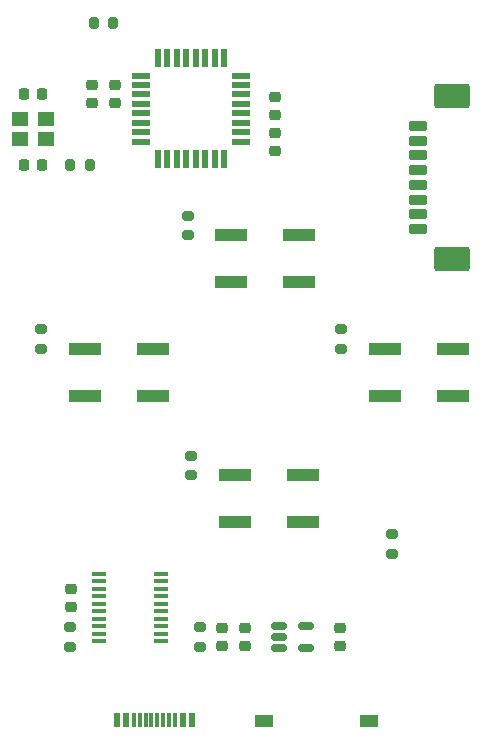
<source format=gbr>
%TF.GenerationSoftware,KiCad,Pcbnew,7.0.1*%
%TF.CreationDate,2023-06-17T09:34:49+02:00*%
%TF.ProjectId,Had_Konzole,4861645f-4b6f-46e7-9a6f-6c652e6b6963,rev?*%
%TF.SameCoordinates,Original*%
%TF.FileFunction,Paste,Top*%
%TF.FilePolarity,Positive*%
%FSLAX46Y46*%
G04 Gerber Fmt 4.6, Leading zero omitted, Abs format (unit mm)*
G04 Created by KiCad (PCBNEW 7.0.1) date 2023-06-17 09:34:49*
%MOMM*%
%LPD*%
G01*
G04 APERTURE LIST*
G04 Aperture macros list*
%AMRoundRect*
0 Rectangle with rounded corners*
0 $1 Rounding radius*
0 $2 $3 $4 $5 $6 $7 $8 $9 X,Y pos of 4 corners*
0 Add a 4 corners polygon primitive as box body*
4,1,4,$2,$3,$4,$5,$6,$7,$8,$9,$2,$3,0*
0 Add four circle primitives for the rounded corners*
1,1,$1+$1,$2,$3*
1,1,$1+$1,$4,$5*
1,1,$1+$1,$6,$7*
1,1,$1+$1,$8,$9*
0 Add four rect primitives between the rounded corners*
20,1,$1+$1,$2,$3,$4,$5,0*
20,1,$1+$1,$4,$5,$6,$7,0*
20,1,$1+$1,$6,$7,$8,$9,0*
20,1,$1+$1,$8,$9,$2,$3,0*%
G04 Aperture macros list end*
%ADD10RoundRect,0.225000X-0.250000X0.225000X-0.250000X-0.225000X0.250000X-0.225000X0.250000X0.225000X0*%
%ADD11RoundRect,0.200000X-0.275000X0.200000X-0.275000X-0.200000X0.275000X-0.200000X0.275000X0.200000X0*%
%ADD12RoundRect,0.225000X0.250000X-0.225000X0.250000X0.225000X-0.250000X0.225000X-0.250000X-0.225000X0*%
%ADD13RoundRect,0.200000X0.275000X-0.200000X0.275000X0.200000X-0.275000X0.200000X-0.275000X-0.200000X0*%
%ADD14R,1.600000X0.550000*%
%ADD15R,0.550000X1.600000*%
%ADD16RoundRect,0.200000X0.600000X-0.200000X0.600000X0.200000X-0.600000X0.200000X-0.600000X-0.200000X0*%
%ADD17RoundRect,0.250001X1.249999X-0.799999X1.249999X0.799999X-1.249999X0.799999X-1.249999X-0.799999X0*%
%ADD18RoundRect,0.225000X0.225000X0.250000X-0.225000X0.250000X-0.225000X-0.250000X0.225000X-0.250000X0*%
%ADD19R,2.750000X1.000000*%
%ADD20RoundRect,0.200000X-0.200000X-0.275000X0.200000X-0.275000X0.200000X0.275000X-0.200000X0.275000X0*%
%ADD21R,1.400000X1.200000*%
%ADD22R,1.200000X0.400000*%
%ADD23RoundRect,0.200000X0.200000X0.275000X-0.200000X0.275000X-0.200000X-0.275000X0.200000X-0.275000X0*%
%ADD24RoundRect,0.218750X0.256250X-0.218750X0.256250X0.218750X-0.256250X0.218750X-0.256250X-0.218750X0*%
%ADD25R,1.500000X1.100000*%
%ADD26RoundRect,0.150000X-0.512500X-0.150000X0.512500X-0.150000X0.512500X0.150000X-0.512500X0.150000X0*%
%ADD27R,0.600000X1.150000*%
%ADD28R,0.300000X1.150000*%
G04 APERTURE END LIST*
D10*
%TO.C,C1*%
X164000000Y-92225000D03*
X164000000Y-93775000D03*
%TD*%
%TO.C,C5*%
X168500000Y-50325000D03*
X168500000Y-51875000D03*
%TD*%
D11*
%TO.C,R1*%
X178440000Y-84285000D03*
X178440000Y-85935000D03*
%TD*%
D12*
%TO.C,C4*%
X155000000Y-47775000D03*
X155000000Y-46225000D03*
%TD*%
D10*
%TO.C,C2*%
X174000000Y-92225000D03*
X174000000Y-93775000D03*
%TD*%
D13*
%TO.C,R4*%
X161120000Y-58965000D03*
X161120000Y-57315000D03*
%TD*%
%TO.C,R7*%
X161390000Y-79285000D03*
X161390000Y-77635000D03*
%TD*%
D14*
%TO.C,U1*%
X157150000Y-45450000D03*
X157150000Y-46250000D03*
X157150000Y-47050000D03*
X157150000Y-47850000D03*
X157150000Y-48650000D03*
X157150000Y-49450000D03*
X157150000Y-50250000D03*
X157150000Y-51050000D03*
D15*
X158600000Y-52500000D03*
X159400000Y-52500000D03*
X160200000Y-52500000D03*
X161000000Y-52500000D03*
X161800000Y-52500000D03*
X162600000Y-52500000D03*
X163400000Y-52500000D03*
X164200000Y-52500000D03*
D14*
X165650000Y-51050000D03*
X165650000Y-50250000D03*
X165650000Y-49450000D03*
X165650000Y-48650000D03*
X165650000Y-47850000D03*
X165650000Y-47050000D03*
X165650000Y-46250000D03*
X165650000Y-45450000D03*
D15*
X164200000Y-44000000D03*
X163400000Y-44000000D03*
X162600000Y-44000000D03*
X161800000Y-44000000D03*
X161000000Y-44000000D03*
X160200000Y-44000000D03*
X159400000Y-44000000D03*
X158600000Y-44000000D03*
%TD*%
D13*
%TO.C,R9*%
X162170000Y-93795000D03*
X162170000Y-92145000D03*
%TD*%
%TO.C,R8*%
X151190000Y-93815000D03*
X151190000Y-92165000D03*
%TD*%
D16*
%TO.C,J3*%
X180640000Y-58450000D03*
X180640000Y-57200000D03*
X180640000Y-55950000D03*
X180640000Y-54700000D03*
X180640000Y-53450000D03*
X180640000Y-52200000D03*
X180640000Y-50950000D03*
X180640000Y-49700000D03*
D17*
X183540000Y-61000000D03*
X183540000Y-47150000D03*
%TD*%
D18*
%TO.C,C7*%
X148775000Y-53000000D03*
X147225000Y-53000000D03*
%TD*%
D19*
%TO.C,SW3*%
X152400000Y-72580000D03*
X158150000Y-72580000D03*
X152400000Y-68580000D03*
X158150000Y-68580000D03*
%TD*%
D10*
%TO.C,C8*%
X151210000Y-88905000D03*
X151210000Y-90455000D03*
%TD*%
D13*
%TO.C,R5*%
X148710000Y-68595000D03*
X148710000Y-66945000D03*
%TD*%
D20*
%TO.C,R2*%
X153175000Y-41000000D03*
X154825000Y-41000000D03*
%TD*%
D19*
%TO.C,SW2*%
X165100000Y-83280000D03*
X170850000Y-83280000D03*
X165100000Y-79280000D03*
X170850000Y-79280000D03*
%TD*%
D21*
%TO.C,Y1*%
X149100000Y-49150000D03*
X146900000Y-49150000D03*
X146900000Y-50850000D03*
X149100000Y-50850000D03*
%TD*%
D19*
%TO.C,SW4*%
X177800000Y-72580000D03*
X183550000Y-72580000D03*
X177800000Y-68580000D03*
X183550000Y-68580000D03*
%TD*%
D12*
%TO.C,C10*%
X168500000Y-48775000D03*
X168500000Y-47225000D03*
%TD*%
D22*
%TO.C,U2*%
X153620000Y-87632500D03*
X153620000Y-88267500D03*
X153620000Y-88902500D03*
X153620000Y-89537500D03*
X153620000Y-90172500D03*
X153620000Y-90807500D03*
X153620000Y-91442500D03*
X153620000Y-92077500D03*
X153620000Y-92712500D03*
X153620000Y-93347500D03*
X158820000Y-93347500D03*
X158820000Y-92712500D03*
X158820000Y-92077500D03*
X158820000Y-91442500D03*
X158820000Y-90807500D03*
X158820000Y-90172500D03*
X158820000Y-89537500D03*
X158820000Y-88902500D03*
X158820000Y-88267500D03*
X158820000Y-87632500D03*
%TD*%
D12*
%TO.C,C3*%
X153000000Y-47775000D03*
X153000000Y-46225000D03*
%TD*%
D19*
%TO.C,SW1*%
X164765000Y-62960000D03*
X170515000Y-62960000D03*
X164765000Y-58960000D03*
X170515000Y-58960000D03*
%TD*%
D23*
%TO.C,R3*%
X152825000Y-53000000D03*
X151175000Y-53000000D03*
%TD*%
D13*
%TO.C,R6*%
X174080000Y-68575000D03*
X174080000Y-66925000D03*
%TD*%
D24*
%TO.C,F1*%
X166000000Y-93787500D03*
X166000000Y-92212500D03*
%TD*%
D25*
%TO.C,SW5*%
X176461529Y-100074147D03*
X167561529Y-100074147D03*
%TD*%
D26*
%TO.C,U4*%
X168862500Y-92050000D03*
X168862500Y-93000000D03*
X168862500Y-93950000D03*
X171137500Y-93950000D03*
X171137500Y-92050000D03*
%TD*%
D27*
%TO.C,J4*%
X155900000Y-100000000D03*
X160700000Y-100000000D03*
D28*
X159550000Y-100000000D03*
X156550000Y-100000000D03*
X158050000Y-100000000D03*
X159050000Y-100000000D03*
X158550000Y-100000000D03*
X157550000Y-100000000D03*
X157050000Y-100000000D03*
X160050000Y-100000000D03*
D27*
X155100000Y-100000000D03*
X161500000Y-100000000D03*
%TD*%
D18*
%TO.C,C6*%
X148775000Y-47000000D03*
X147225000Y-47000000D03*
%TD*%
M02*

</source>
